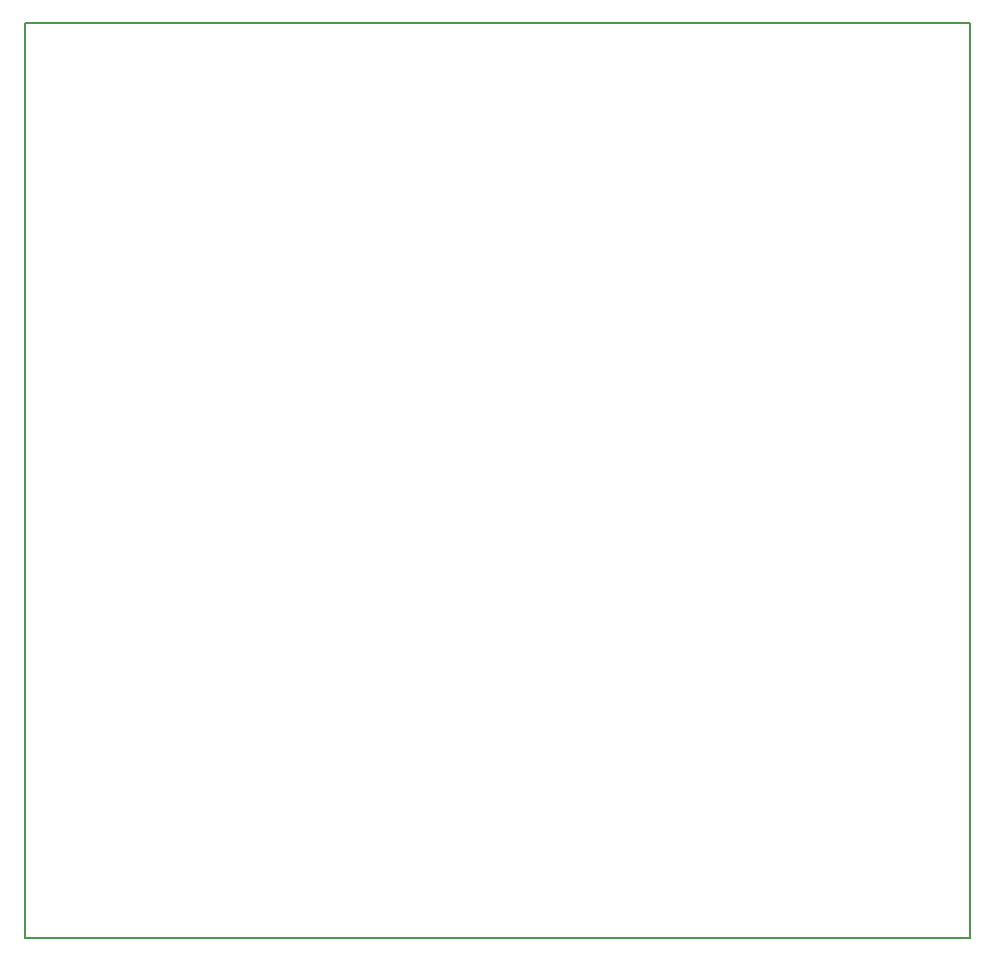
<source format=gbr>
G04 DipTrace 3.2.0.1*
G04 BoardOutline.gbr*
%MOIN*%
G04 #@! TF.FileFunction,Profile*
G04 #@! TF.Part,Single*
%ADD11C,0.005512*%
%FSLAX26Y26*%
G04*
G70*
G90*
G75*
G01*
G04 BoardOutline*
%LPD*%
X393701Y3443701D2*
D11*
Y393701D1*
X3543701D1*
Y3443701D1*
X1643701D1*
X393701D1*
M02*

</source>
